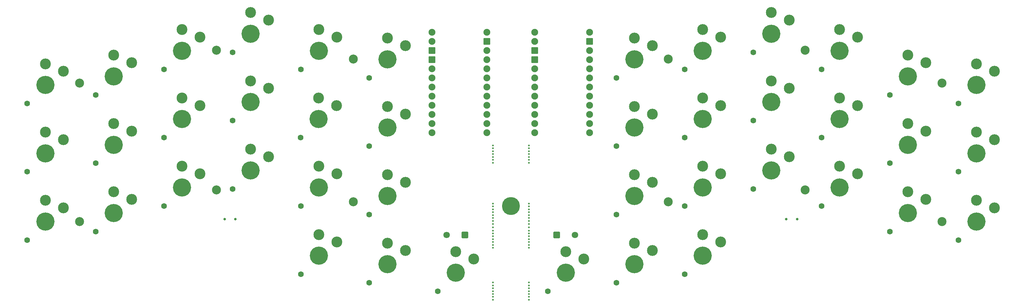
<source format=gbr>
%TF.GenerationSoftware,KiCad,Pcbnew,9.0.2*%
%TF.CreationDate,2025-06-18T16:45:14+03:00*%
%TF.ProjectId,KOMETA,4b4f4d45-5441-42e6-9b69-6361645f7063,rev?*%
%TF.SameCoordinates,Original*%
%TF.FileFunction,Soldermask,Top*%
%TF.FilePolarity,Negative*%
%FSLAX46Y46*%
G04 Gerber Fmt 4.6, Leading zero omitted, Abs format (unit mm)*
G04 Created by KiCad (PCBNEW 9.0.2) date 2025-06-18 16:45:14*
%MOMM*%
%LPD*%
G01*
G04 APERTURE LIST*
G04 Aperture macros list*
%AMRoundRect*
0 Rectangle with rounded corners*
0 $1 Rounding radius*
0 $2 $3 $4 $5 $6 $7 $8 $9 X,Y pos of 4 corners*
0 Add a 4 corners polygon primitive as box body*
4,1,4,$2,$3,$4,$5,$6,$7,$8,$9,$2,$3,0*
0 Add four circle primitives for the rounded corners*
1,1,$1+$1,$2,$3*
1,1,$1+$1,$4,$5*
1,1,$1+$1,$6,$7*
1,1,$1+$1,$8,$9*
0 Add four rect primitives between the rounded corners*
20,1,$1+$1,$2,$3,$4,$5,0*
20,1,$1+$1,$4,$5,$6,$7,0*
20,1,$1+$1,$6,$7,$8,$9,0*
20,1,$1+$1,$8,$9,$2,$3,0*%
G04 Aperture macros list end*
%ADD10C,0.500000*%
%ADD11C,2.500000*%
%ADD12C,1.600000*%
%ADD13C,3.010000*%
%ADD14C,5.050000*%
%ADD15C,0.700000*%
%ADD16C,1.800000*%
%ADD17RoundRect,0.200000X-0.700000X0.700000X-0.700000X-0.700000X0.700000X-0.700000X0.700000X0.700000X0*%
%ADD18O,1.900000X1.900000*%
%ADD19RoundRect,0.250000X-0.700000X-0.700000X0.700000X-0.700000X0.700000X0.700000X-0.700000X0.700000X0*%
%ADD20C,5.000000*%
%ADD21RoundRect,0.200000X0.700000X-0.700000X0.700000X0.700000X-0.700000X0.700000X-0.700000X-0.700000X0*%
G04 APERTURE END LIST*
D10*
%TO.C,*%
X212300000Y-170700000D03*
%TD*%
%TO.C,*%
X212300000Y-171600000D03*
%TD*%
%TO.C,*%
X202300000Y-171600000D03*
%TD*%
%TO.C,*%
X202300000Y-170700000D03*
%TD*%
D11*
%TO.C,H4*%
X87548000Y-170000000D03*
%TD*%
D12*
%TO.C,SW8*%
X92000000Y-153775000D03*
D13*
X97000000Y-142725000D03*
D14*
X97000000Y-148625000D03*
D13*
X102000000Y-144825000D03*
%TD*%
D12*
%TO.C,SW15*%
X111000000Y-165650000D03*
D13*
X116000000Y-154600000D03*
D14*
X116000000Y-160500000D03*
D13*
X121000000Y-156700000D03*
%TD*%
D12*
%TO.C,SW4*%
X130000000Y-122900000D03*
D13*
X135000000Y-111850000D03*
D14*
X135000000Y-117750000D03*
D13*
X140000000Y-113950000D03*
%TD*%
D11*
%TO.C,H3*%
X289050000Y-122300000D03*
%TD*%
D12*
%TO.C,SW37*%
X293600000Y-165650000D03*
D13*
X298600000Y-154600000D03*
D14*
X298600000Y-160500000D03*
D13*
X303600000Y-156700000D03*
%TD*%
D12*
%TO.C,SW42*%
X255600000Y-184650000D03*
D13*
X260600000Y-173600000D03*
D14*
X260600000Y-179500000D03*
D13*
X265600000Y-175700000D03*
%TD*%
D12*
%TO.C,SW39*%
X331600000Y-175150000D03*
D13*
X336600000Y-164100000D03*
D14*
X336600000Y-170000000D03*
D13*
X341600000Y-166200000D03*
%TD*%
D12*
%TO.C,SW31*%
X293600000Y-146650000D03*
D13*
X298600000Y-135600000D03*
D14*
X298600000Y-141500000D03*
D13*
X303600000Y-137700000D03*
%TD*%
D12*
%TO.C,SW26*%
X312600000Y-134775000D03*
D13*
X317600000Y-123725000D03*
D14*
X317600000Y-129625000D03*
D13*
X322600000Y-125825000D03*
%TD*%
D10*
%TO.C,BH*%
X202300000Y-172500000D03*
X202300000Y-173300000D03*
X202300000Y-174100000D03*
X202300000Y-174900000D03*
X202300000Y-175700000D03*
X202300000Y-176500000D03*
X202300000Y-177300000D03*
%TD*%
D11*
%TO.C,H12*%
X251050000Y-164500000D03*
%TD*%
D12*
%TO.C,SW27*%
X331600000Y-137150000D03*
D13*
X336600000Y-126100000D03*
D14*
X336600000Y-132000000D03*
D13*
X341600000Y-128200000D03*
%TD*%
D12*
%TO.C,SW2*%
X92000000Y-134775000D03*
D13*
X97000000Y-123725000D03*
D14*
X97000000Y-129625000D03*
D13*
X102000000Y-125825000D03*
%TD*%
D12*
%TO.C,SW23*%
X255600000Y-127650000D03*
D13*
X260600000Y-116600000D03*
D14*
X260600000Y-122500000D03*
D13*
X265600000Y-118700000D03*
%TD*%
D12*
%TO.C,SW38*%
X312600000Y-172775000D03*
D13*
X317600000Y-161725000D03*
D14*
X317600000Y-167625000D03*
D13*
X322600000Y-163825000D03*
%TD*%
D12*
%TO.C,SW40*%
X217600000Y-189400000D03*
D13*
X222600000Y-178350000D03*
D14*
X222600000Y-184250000D03*
D13*
X227600000Y-180450000D03*
%TD*%
D12*
%TO.C,SW28*%
X236600000Y-149025000D03*
D13*
X241600000Y-137975000D03*
D14*
X241600000Y-143875000D03*
D13*
X246600000Y-140075000D03*
%TD*%
D10*
%TO.C,BH*%
X212300000Y-148824000D03*
X212300000Y-149624000D03*
X212300000Y-150424000D03*
X212300000Y-151224000D03*
X212300000Y-152024000D03*
X212300000Y-152824000D03*
X212300000Y-153624000D03*
%TD*%
%TO.C,BH*%
X202300000Y-165000000D03*
X202300000Y-165800000D03*
X202300000Y-166600000D03*
X202300000Y-167400000D03*
X202300000Y-168200000D03*
X202300000Y-169000000D03*
X202300000Y-169800000D03*
%TD*%
D12*
%TO.C,SW22*%
X236600000Y-130025000D03*
D13*
X241600000Y-118975000D03*
D14*
X241600000Y-124875000D03*
D13*
X246600000Y-121075000D03*
%TD*%
D12*
%TO.C,SW24*%
X274600000Y-122900000D03*
D13*
X279600000Y-111850000D03*
D14*
X279600000Y-117750000D03*
D13*
X284600000Y-113950000D03*
%TD*%
D10*
%TO.C,BH*%
X202300000Y-148824000D03*
X202300000Y-149624000D03*
X202300000Y-150424000D03*
X202300000Y-151224000D03*
X202300000Y-152024000D03*
X202300000Y-152824000D03*
X202300000Y-153624000D03*
%TD*%
D12*
%TO.C,SW12*%
X168000000Y-149025000D03*
D13*
X173000000Y-137975000D03*
D14*
X173000000Y-143875000D03*
D13*
X178000000Y-140075000D03*
%TD*%
D12*
%TO.C,SW13*%
X73000000Y-175150000D03*
D13*
X78000000Y-164100000D03*
D14*
X78000000Y-170000000D03*
D13*
X83000000Y-166200000D03*
%TD*%
D12*
%TO.C,SW29*%
X255600000Y-146650000D03*
D13*
X260600000Y-135600000D03*
D14*
X260600000Y-141500000D03*
D13*
X265600000Y-137700000D03*
%TD*%
D11*
%TO.C,H11*%
X327050000Y-170000000D03*
%TD*%
D12*
%TO.C,SW6*%
X168000000Y-130025000D03*
D13*
X173000000Y-118975000D03*
D14*
X173000000Y-124875000D03*
D13*
X178000000Y-121075000D03*
%TD*%
D12*
%TO.C,SW41*%
X236600000Y-187025000D03*
D13*
X241600000Y-175975000D03*
D14*
X241600000Y-181875000D03*
D13*
X246600000Y-178075000D03*
%TD*%
D12*
%TO.C,SW1*%
X73000000Y-137150000D03*
D13*
X78000000Y-126100000D03*
D14*
X78000000Y-132000000D03*
D13*
X83000000Y-128200000D03*
%TD*%
D11*
%TO.C,H8*%
X327050000Y-131500000D03*
%TD*%
%TO.C,H2*%
X125550000Y-161200000D03*
%TD*%
D12*
%TO.C,SW14*%
X92000000Y-172775000D03*
D13*
X97000000Y-161725000D03*
D14*
X97000000Y-167625000D03*
D13*
X102000000Y-163825000D03*
%TD*%
D12*
%TO.C,SW18*%
X168000000Y-168025000D03*
D13*
X173000000Y-156975000D03*
D14*
X173000000Y-162875000D03*
D13*
X178000000Y-159075000D03*
%TD*%
D12*
%TO.C,SW32*%
X312600000Y-153775000D03*
D13*
X317600000Y-142725000D03*
D14*
X317600000Y-148625000D03*
D13*
X322600000Y-144825000D03*
%TD*%
D10*
%TO.C,BH*%
X212300000Y-165000000D03*
X212300000Y-165800000D03*
X212300000Y-166600000D03*
X212300000Y-167400000D03*
X212300000Y-168200000D03*
X212300000Y-169000000D03*
X212300000Y-169800000D03*
%TD*%
D11*
%TO.C,H7*%
X163550000Y-124800000D03*
%TD*%
D12*
%TO.C,SW25*%
X293600000Y-127650000D03*
D13*
X298600000Y-116600000D03*
D14*
X298600000Y-122500000D03*
D13*
X303600000Y-118700000D03*
%TD*%
D15*
%TO.C,PS_R1*%
X286800000Y-169350000D03*
X283800000Y-169350000D03*
%TD*%
D12*
%TO.C,SW10*%
X130000000Y-141900000D03*
D13*
X135000000Y-130850000D03*
D14*
X135000000Y-136750000D03*
D13*
X140000000Y-132950000D03*
%TD*%
D10*
%TO.C,BH*%
X202300000Y-186950000D03*
X202300000Y-187750000D03*
X202300000Y-188550000D03*
X202300000Y-189350000D03*
X202300000Y-190150000D03*
X202300000Y-190950000D03*
X202300000Y-191750000D03*
%TD*%
D16*
%TO.C,PW_R1*%
X225140000Y-173750000D03*
D17*
X220060000Y-173750000D03*
%TD*%
D15*
%TO.C,PS_L1*%
X130800000Y-169350000D03*
X127800000Y-169350000D03*
%TD*%
D18*
%TO.C,SM_L1*%
X185380000Y-117335000D03*
X185380000Y-119875000D03*
D19*
X185380000Y-122415000D03*
X185380000Y-124955000D03*
D18*
X185380000Y-127495000D03*
X185380000Y-130035000D03*
X185380000Y-132575000D03*
X185380000Y-135115000D03*
X185380000Y-137655000D03*
X185380000Y-140195000D03*
X185380000Y-142735000D03*
X185380000Y-145275000D03*
X200620000Y-145275000D03*
X200620000Y-142735000D03*
X200620000Y-140195000D03*
X200620000Y-137655000D03*
X200620000Y-135115000D03*
X200620000Y-132575000D03*
X200620000Y-130035000D03*
X200620000Y-127495000D03*
X200620000Y-124955000D03*
X200620000Y-122415000D03*
D19*
X200620000Y-119875000D03*
D18*
X200620000Y-117335000D03*
%TD*%
D12*
%TO.C,SW36*%
X274600000Y-160900000D03*
D13*
X279600000Y-149850000D03*
D14*
X279600000Y-155750000D03*
D13*
X284600000Y-151950000D03*
%TD*%
D12*
%TO.C,SW7*%
X73000000Y-156150000D03*
D13*
X78000000Y-145100000D03*
D14*
X78000000Y-151000000D03*
D13*
X83000000Y-147200000D03*
%TD*%
D11*
%TO.C,H5*%
X163550000Y-164500000D03*
%TD*%
D10*
%TO.C,BH*%
X212300000Y-186950000D03*
X212300000Y-187750000D03*
X212300000Y-188550000D03*
X212300000Y-189350000D03*
X212300000Y-190150000D03*
X212300000Y-190950000D03*
X212300000Y-191750000D03*
%TD*%
D12*
%TO.C,SW5*%
X149000000Y-127650000D03*
D13*
X154000000Y-116600000D03*
D14*
X154000000Y-122500000D03*
D13*
X159000000Y-118700000D03*
%TD*%
D20*
%TO.C,KeyChainHole1*%
X207299999Y-165700000D03*
%TD*%
D12*
%TO.C,SW30*%
X274600000Y-141900000D03*
D13*
X279600000Y-130850000D03*
D14*
X279600000Y-136750000D03*
D13*
X284600000Y-132950000D03*
%TD*%
D11*
%TO.C,H10*%
X125550000Y-122300000D03*
%TD*%
D12*
%TO.C,SW20*%
X168000000Y-187025000D03*
D13*
X173000000Y-175975000D03*
D14*
X173000000Y-181875000D03*
D13*
X178000000Y-178075000D03*
%TD*%
D11*
%TO.C,H9*%
X251050000Y-124800000D03*
%TD*%
D12*
%TO.C,SW17*%
X149000000Y-165650000D03*
D13*
X154000000Y-154600000D03*
D14*
X154000000Y-160500000D03*
D13*
X159000000Y-156700000D03*
%TD*%
D12*
%TO.C,SW19*%
X149000000Y-184650000D03*
D13*
X154000000Y-173600000D03*
D14*
X154000000Y-179500000D03*
D13*
X159000000Y-175700000D03*
%TD*%
D12*
%TO.C,SW35*%
X255600000Y-165650000D03*
D13*
X260600000Y-154600000D03*
D14*
X260600000Y-160500000D03*
D13*
X265600000Y-156700000D03*
%TD*%
D12*
%TO.C,SW33*%
X331600000Y-156150000D03*
D13*
X336600000Y-145100000D03*
D14*
X336600000Y-151000000D03*
D13*
X341600000Y-147200000D03*
%TD*%
D10*
%TO.C,BH*%
X212300000Y-172500000D03*
X212300000Y-173300000D03*
X212300000Y-174100000D03*
X212300000Y-174900000D03*
X212300000Y-175700000D03*
X212300000Y-176500000D03*
X212300000Y-177300000D03*
%TD*%
D12*
%TO.C,SW11*%
X148920000Y-146650000D03*
D13*
X153920000Y-135600000D03*
D14*
X153920000Y-141500000D03*
D13*
X158920000Y-137700000D03*
%TD*%
D12*
%TO.C,SW3*%
X111000000Y-127650000D03*
D13*
X116000000Y-116600000D03*
D14*
X116000000Y-122500000D03*
D13*
X121000000Y-118700000D03*
%TD*%
D11*
%TO.C,H1*%
X87550000Y-131500000D03*
%TD*%
D12*
%TO.C,SW9*%
X111000000Y-146650000D03*
D13*
X116000000Y-135600000D03*
D14*
X116000000Y-141500000D03*
D13*
X121000000Y-137700000D03*
%TD*%
D12*
%TO.C,SW16*%
X130000000Y-160900000D03*
D13*
X135000000Y-149850000D03*
D14*
X135000000Y-155750000D03*
D13*
X140000000Y-151950000D03*
%TD*%
D11*
%TO.C,H6*%
X289050000Y-161200000D03*
%TD*%
D18*
%TO.C,SM_R1*%
X213931000Y-117335000D03*
X213931000Y-119875000D03*
D19*
X213931000Y-122415000D03*
X213931000Y-124955000D03*
D18*
X213931000Y-127495000D03*
X213931000Y-130035000D03*
X213931000Y-132575000D03*
X213931000Y-135115000D03*
X213931000Y-137655000D03*
X213931000Y-140195000D03*
X213931000Y-142735000D03*
X213931000Y-145275000D03*
X229171000Y-145275000D03*
X229171000Y-142735000D03*
X229171000Y-140195000D03*
X229171000Y-137655000D03*
X229171000Y-135115000D03*
X229171000Y-132575000D03*
X229171000Y-130035000D03*
X229171000Y-127495000D03*
X229171000Y-124955000D03*
X229171000Y-122415000D03*
D19*
X229171000Y-119875000D03*
D18*
X229171000Y-117335000D03*
%TD*%
D12*
%TO.C,SW34*%
X236600000Y-168025000D03*
D13*
X241600000Y-156975000D03*
D14*
X241600000Y-162875000D03*
D13*
X246600000Y-159075000D03*
%TD*%
D16*
%TO.C,PW_L1*%
X189460000Y-173750000D03*
D21*
X194540000Y-173750000D03*
%TD*%
D12*
%TO.C,SW21*%
X187000000Y-189400000D03*
D13*
X192000000Y-178350000D03*
D14*
X192000000Y-184250000D03*
D13*
X197000000Y-180450000D03*
%TD*%
M02*

</source>
